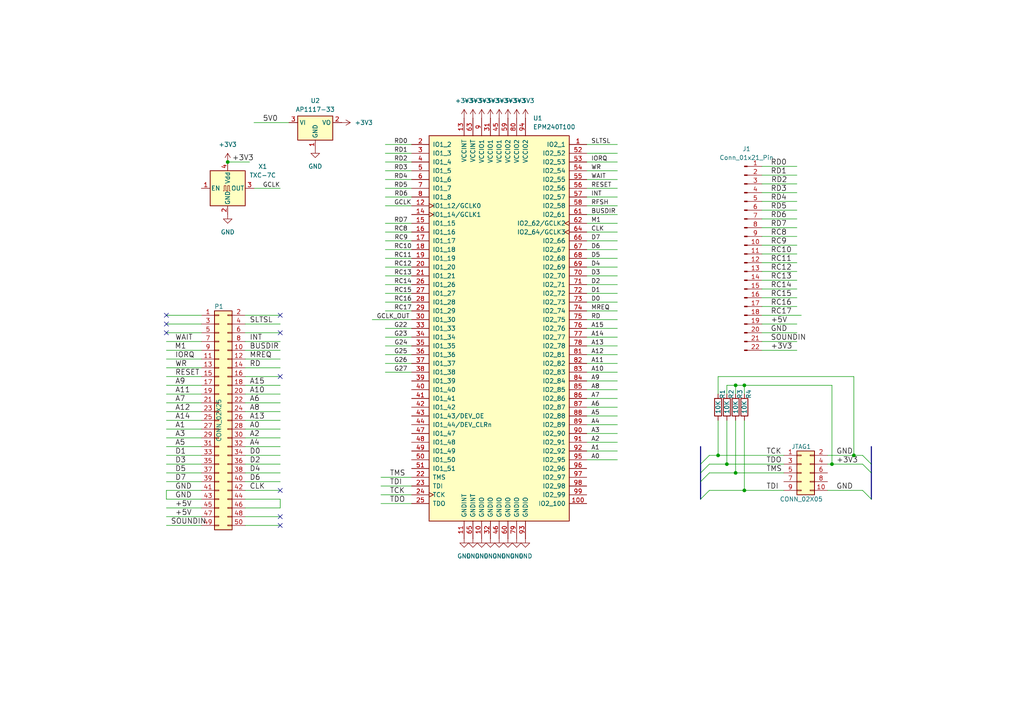
<source format=kicad_sch>
(kicad_sch (version 20231120) (generator "eeschema") (generator_version "8.0")
  (paper "A4")
  (lib_symbols
    (symbol "CPLD_Altera:EPM240T100" (pin_names (offset 1.016))
      (property "Reference" "U" (at 10.16 57.15 0))
      (property "Value" "EPM240T100" (at 10.16 -57.15 0))
      (symbol "EPM240T100_1_1"
        (rectangle (start -20.32 55.88) (end 20.32 -55.88) (stroke (width 0.254)) (fill (type background)))
        (pin bidirectional line (at 25.4 53.34 180) (length 5.08) (name "IO2_1") (number "1"))
        (pin power_in line (at -5.08 -60.96 90) (length 5.08) (name "GNDIO") (number "10"))
        (pin bidirectional line (at 25.4 -50.8 180) (length 5.08) (name "IO2_100") (number "100"))
        (pin power_in line (at -10.16 -60.96 90) (length 5.08) (name "GNDINT") (number "11"))
        (pin bidirectional clock (at -25.4 35.56 0) (length 5.08) (name "IO1_12/GCLK0") (number "12"))
        (pin power_in line (at -10.16 60.96 270) (length 5.08) (name "VCCINT") (number "13"))
        (pin bidirectional clock (at -25.4 33.02 0) (length 5.08) (name "IO1_14/GCLK1") (number "14"))
        (pin bidirectional line (at -25.4 30.48 0) (length 5.08) (name "IO1_15") (number "15"))
        (pin bidirectional line (at -25.4 27.94 0) (length 5.08) (name "IO1_16") (number "16"))
        (pin bidirectional line (at -25.4 25.4 0) (length 5.08) (name "IO1_17") (number "17"))
        (pin bidirectional line (at -25.4 22.86 0) (length 5.08) (name "IO1_18") (number "18"))
        (pin bidirectional line (at -25.4 20.32 0) (length 5.08) (name "IO1_19") (number "19"))
        (pin bidirectional line (at -25.4 53.34 0) (length 5.08) (name "IO1_2") (number "2"))
        (pin bidirectional line (at -25.4 17.78 0) (length 5.08) (name "IO1_20") (number "20"))
        (pin bidirectional line (at -25.4 15.24 0) (length 5.08) (name "IO1_21") (number "21"))
        (pin input line (at -25.4 -43.18 0) (length 5.08) (name "TMS") (number "22"))
        (pin input line (at -25.4 -45.72 0) (length 5.08) (name "TDI") (number "23"))
        (pin input clock (at -25.4 -48.26 0) (length 5.08) (name "TCK") (number "24"))
        (pin output line (at -25.4 -50.8 0) (length 5.08) (name "TDO") (number "25"))
        (pin bidirectional line (at -25.4 12.7 0) (length 5.08) (name "IO1_26") (number "26"))
        (pin bidirectional line (at -25.4 10.16 0) (length 5.08) (name "IO1_27") (number "27"))
        (pin bidirectional line (at -25.4 7.62 0) (length 5.08) (name "IO1_28") (number "28"))
        (pin bidirectional line (at -25.4 5.08 0) (length 5.08) (name "IO1_29") (number "29"))
        (pin bidirectional line (at -25.4 50.8 0) (length 5.08) (name "IO1_3") (number "3"))
        (pin bidirectional line (at -25.4 2.54 0) (length 5.08) (name "IO1_30") (number "30"))
        (pin power_in line (at -2.54 60.96 270) (length 5.08) (name "VCCIO1") (number "31"))
        (pin power_in line (at -2.54 -60.96 90) (length 5.08) (name "GNDIO") (number "32"))
        (pin bidirectional line (at -25.4 0 0) (length 5.08) (name "IO1_33") (number "33"))
        (pin bidirectional line (at -25.4 -2.54 0) (length 5.08) (name "IO1_34") (number "34"))
        (pin bidirectional line (at -25.4 -5.08 0) (length 5.08) (name "IO1_35") (number "35"))
        (pin bidirectional line (at -25.4 -7.62 0) (length 5.08) (name "IO1_36") (number "36"))
        (pin bidirectional line (at -25.4 -10.16 0) (length 5.08) (name "IO1_37") (number "37"))
        (pin bidirectional line (at -25.4 -12.7 0) (length 5.08) (name "IO1_38") (number "38"))
        (pin bidirectional line (at -25.4 -15.24 0) (length 5.08) (name "IO1_39") (number "39"))
        (pin bidirectional line (at -25.4 48.26 0) (length 5.08) (name "IO1_4") (number "4"))
        (pin bidirectional line (at -25.4 -17.78 0) (length 5.08) (name "IO1_40") (number "40"))
        (pin bidirectional line (at -25.4 -20.32 0) (length 5.08) (name "IO1_41") (number "41"))
        (pin bidirectional line (at -25.4 -22.86 0) (length 5.08) (name "IO1_42") (number "42"))
        (pin bidirectional line (at -25.4 -25.4 0) (length 5.08) (name "IO1_43/DEV_OE") (number "43"))
        (pin bidirectional line (at -25.4 -27.94 0) (length 5.08) (name "IO1_44/DEV_CLRn") (number "44"))
        (pin power_in line (at 0 60.96 270) (length 5.08) (name "VCCIO1") (number "45"))
        (pin power_in line (at 0 -60.96 90) (length 5.08) (name "GNDIO") (number "46"))
        (pin bidirectional line (at -25.4 -30.48 0) (length 5.08) (name "IO1_47") (number "47"))
        (pin bidirectional line (at -25.4 -33.02 0) (length 5.08) (name "IO1_48") (number "48"))
        (pin bidirectional line (at -25.4 -35.56 0) (length 5.08) (name "IO1_49") (number "49"))
        (pin bidirectional line (at -25.4 45.72 0) (length 5.08) (name "IO1_5") (number "5"))
        (pin bidirectional line (at -25.4 -38.1 0) (length 5.08) (name "IO1_50") (number "50"))
        (pin bidirectional line (at -25.4 -40.64 0) (length 5.08) (name "IO1_51") (number "51"))
        (pin bidirectional line (at 25.4 50.8 180) (length 5.08) (name "IO2_52") (number "52"))
        (pin bidirectional line (at 25.4 48.26 180) (length 5.08) (name "IO2_53") (number "53"))
        (pin bidirectional line (at 25.4 45.72 180) (length 5.08) (name "IO2_54") (number "54"))
        (pin bidirectional line (at 25.4 43.18 180) (length 5.08) (name "IO2_55") (number "55"))
        (pin bidirectional line (at 25.4 40.64 180) (length 5.08) (name "IO2_56") (number "56"))
        (pin bidirectional line (at 25.4 38.1 180) (length 5.08) (name "IO2_57") (number "57"))
        (pin bidirectional line (at 25.4 35.56 180) (length 5.08) (name "IO2_58") (number "58"))
        (pin power_in line (at 2.54 60.96 270) (length 5.08) (name "VCCIO2") (number "59"))
        (pin bidirectional line (at -25.4 43.18 0) (length 5.08) (name "IO1_6") (number "6"))
        (pin power_in line (at 2.54 -60.96 90) (length 5.08) (name "GNDIO") (number "60"))
        (pin bidirectional line (at 25.4 33.02 180) (length 5.08) (name "IO2_61") (number "61"))
        (pin bidirectional clock (at 25.4 30.48 180) (length 5.08) (name "IO2_62/GCLK2") (number "62"))
        (pin power_in line (at -7.62 60.96 270) (length 5.08) (name "VCCINT") (number "63"))
        (pin bidirectional clock (at 25.4 27.94 180) (length 5.08) (name "IO2_64/GCLK3") (number "64"))
        (pin power_in line (at -7.62 -60.96 90) (length 5.08) (name "GNDINT") (number "65"))
        (pin bidirectional line (at 25.4 25.4 180) (length 5.08) (name "IO2_66") (number "66"))
        (pin bidirectional line (at 25.4 22.86 180) (length 5.08) (name "IO2_67") (number "67"))
        (pin bidirectional line (at 25.4 20.32 180) (length 5.08) (name "IO2_68") (number "68"))
        (pin bidirectional line (at 25.4 17.78 180) (length 5.08) (name "IO2_69") (number "69"))
        (pin bidirectional line (at -25.4 40.64 0) (length 5.08) (name "IO1_7") (number "7"))
        (pin bidirectional line (at 25.4 15.24 180) (length 5.08) (name "IO2_70") (number "70"))
        (pin bidirectional line (at 25.4 12.7 180) (length 5.08) (name "IO2_71") (number "71"))
        (pin bidirectional line (at 25.4 10.16 180) (length 5.08) (name "IO2_72") (number "72"))
        (pin bidirectional line (at 25.4 7.62 180) (length 5.08) (name "IO2_73") (number "73"))
        (pin bidirectional line (at 25.4 5.08 180) (length 5.08) (name "IO2_74") (number "74"))
        (pin bidirectional line (at 25.4 2.54 180) (length 5.08) (name "IO2_75") (number "75"))
        (pin bidirectional line (at 25.4 0 180) (length 5.08) (name "IO2_76") (number "76"))
        (pin bidirectional line (at 25.4 -2.54 180) (length 5.08) (name "IO2_77") (number "77"))
        (pin bidirectional line (at 25.4 -5.08 180) (length 5.08) (name "IO2_78") (number "78"))
        (pin power_in line (at 5.08 -60.96 90) (length 5.08) (name "GNDIO") (number "79"))
        (pin bidirectional line (at -25.4 38.1 0) (length 5.08) (name "IO1_8") (number "8"))
        (pin power_in line (at 5.08 60.96 270) (length 5.08) (name "VCCIO2") (number "80"))
        (pin bidirectional line (at 25.4 -7.62 180) (length 5.08) (name "IO2_81") (number "81"))
        (pin bidirectional line (at 25.4 -10.16 180) (length 5.08) (name "IO2_82") (number "82"))
        (pin bidirectional line (at 25.4 -12.7 180) (length 5.08) (name "IO2_83") (number "83"))
        (pin bidirectional line (at 25.4 -15.24 180) (length 5.08) (name "IO2_84") (number "84"))
        (pin bidirectional line (at 25.4 -17.78 180) (length 5.08) (name "IO2_85") (number "85"))
        (pin bidirectional line (at 25.4 -20.32 180) (length 5.08) (name "IO2_86") (number "86"))
        (pin bidirectional line (at 25.4 -22.86 180) (length 5.08) (name "IO2_87") (number "87"))
        (pin bidirectional line (at 25.4 -25.4 180) (length 5.08) (name "IO2_88") (number "88"))
        (pin bidirectional line (at 25.4 -27.94 180) (length 5.08) (name "IO2_89") (number "89"))
        (pin power_in line (at -5.08 60.96 270) (length 5.08) (name "VCCIO1") (number "9"))
        (pin bidirectional line (at 25.4 -30.48 180) (length 5.08) (name "IO2_90") (number "90"))
        (pin bidirectional line (at 25.4 -33.02 180) (length 5.08) (name "IO2_91") (number "91"))
        (pin bidirectional line (at 25.4 -35.56 180) (length 5.08) (name "IO2_92") (number "92"))
        (pin power_in line (at 7.62 -60.96 90) (length 5.08) (name "GNDIO") (number "93"))
        (pin power_in line (at 7.62 60.96 270) (length 5.08) (name "VCCIO2") (number "94"))
        (pin bidirectional line (at 25.4 -38.1 180) (length 5.08) (name "IO2_95") (number "95"))
        (pin bidirectional line (at 25.4 -40.64 180) (length 5.08) (name "IO2_96") (number "96"))
        (pin bidirectional line (at 25.4 -43.18 180) (length 5.08) (name "IO2_97") (number "97"))
        (pin bidirectional line (at 25.4 -45.72 180) (length 5.08) (name "IO2_98") (number "98"))
        (pin bidirectional line (at 25.4 -48.26 180) (length 5.08) (name "IO2_99") (number "99"))
      )
    )
    (symbol "Connector:Conn_01x22_Pin" (pin_names (offset 1.016) hide)
      (property "Reference" "J" (at 0 27.94 0))
      (property "Value" "Conn_01x22_Pin" (at 0 -30.48 0))
      (symbol "Conn_01x22_Pin_1_1"
        (polyline (pts (xy 1.27 -27.94) (xy 0.8636 -27.94)) (stroke (width 0.1524)))
        (polyline (pts (xy 1.27 -25.4) (xy 0.8636 -25.4)) (stroke (width 0.1524)))
        (polyline (pts (xy 1.27 -22.86) (xy 0.8636 -22.86)) (stroke (width 0.1524)))
        (polyline (pts (xy 1.27 -20.32) (xy 0.8636 -20.32)) (stroke (width 0.1524)))
        (polyline (pts (xy 1.27 -17.78) (xy 0.8636 -17.78)) (stroke (width 0.1524)))
        (polyline (pts (xy 1.27 -15.24) (xy 0.8636 -15.24)) (stroke (width 0.1524)))
        (polyline (pts (xy 1.27 -12.7) (xy 0.8636 -12.7)) (stroke (width 0.1524)))
        (polyline (pts (xy 1.27 -10.16) (xy 0.8636 -10.16)) (stroke (width 0.1524)))
        (polyline (pts (xy 1.27 -7.62) (xy 0.8636 -7.62)) (stroke (width 0.1524)))
        (polyline (pts (xy 1.27 -5.08) (xy 0.8636 -5.08)) (stroke (width 0.1524)))
        (polyline (pts (xy 1.27 -2.54) (xy 0.8636 -2.54)) (stroke (width 0.1524)))
        (polyline (pts (xy 1.27 0) (xy 0.8636 0)) (stroke (width 0.1524)))
        (polyline (pts (xy 1.27 2.54) (xy 0.8636 2.54)) (stroke (width 0.1524)))
        (polyline (pts (xy 1.27 5.08) (xy 0.8636 5.08)) (stroke (width 0.1524)))
        (polyline (pts (xy 1.27 7.62) (xy 0.8636 7.62)) (stroke (width 0.1524)))
        (polyline (pts (xy 1.27 10.16) (xy 0.8636 10.16)) (stroke (width 0.1524)))
        (polyline (pts (xy 1.27 12.7) (xy 0.8636 12.7)) (stroke (width 0.1524)))
        (polyline (pts (xy 1.27 15.24) (xy 0.8636 15.24)) (stroke (width 0.1524)))
        (polyline (pts (xy 1.27 17.78) (xy 0.8636 17.78)) (stroke (width 0.1524)))
        (polyline (pts (xy 1.27 20.32) (xy 0.8636 20.32)) (stroke (width 0.1524)))
        (polyline (pts (xy 1.27 22.86) (xy 0.8636 22.86)) (stroke (width 0.1524)))
        (polyline (pts (xy 1.27 25.4) (xy 0.8636 25.4)) (stroke (width 0.1524)))
        (rectangle (start 0.8636 -27.813) (end 0 -28.067) (stroke (width 0.1524)) (fill (type outline)))
        (rectangle (start 0.8636 -25.273) (end 0 -25.527) (stroke (width 0.1524)) (fill (type outline)))
        (rectangle (start 0.8636 -22.733) (end 0 -22.987) (stroke (width 0.1524)) (fill (type outline)))
        (rectangle (start 0.8636 -20.193) (end 0 -20.447) (stroke (width 0.1524)) (fill (type outline)))
        (rectangle (start 0.8636 -17.653) (end 0 -17.907) (stroke (width 0.1524)) (fill (type outline)))
        (rectangle (start 0.8636 -15.113) (end 0 -15.367) (stroke (width 0.1524)) (fill (type outline)))
        (rectangle (start 0.8636 -12.573) (end 0 -12.827) (stroke (width 0.1524)) (fill (type outline)))
        (rectangle (start 0.8636 -10.033) (end 0 -10.287) (stroke (width 0.1524)) (fill (type outline)))
        (rectangle (start 0.8636 -7.493) (end 0 -7.747) (stroke (width 0.1524)) (fill (type outline)))
        (rectangle (start 0.8636 -4.953) (end 0 -5.207) (stroke (width 0.1524)) (fill (type outline)))
        (rectangle (start 0.8636 -2.413) (end 0 -2.667) (stroke (width 0.1524)) (fill (type outline)))
        (rectangle (start 0.8636 0.127) (end 0 -0.127) (stroke (width 0.1524)) (fill (type outline)))
        (rectangle (start 0.8636 2.667) (end 0 2.413) (stroke (width 0.1524)) (fill (type outline)))
        (rectangle (start 0.8636 5.207) (end 0 4.953) (stroke (width 0.1524)) (fill (type outline)))
        (rectangle (start 0.8636 7.747) (end 0 7.493) (stroke (width 0.1524)) (fill (type outline)))
        (rectangle (start 0.8636 10.287) (end 0 10.033) (stroke (width 0.1524)) (fill (type outline)))
        (rectangle (start 0.8636 12.827) (end 0 12.573) (stroke (width 0.1524)) (fill (type outline)))
        (rectangle (start 0.8636 15.367) (end 0 15.113) (stroke (width 0.1524)) (fill (type outline)))
        (rectangle (start 0.8636 17.907) (end 0 17.653) (stroke (width 0.1524)) (fill (type outline)))
        (rectangle (start 0.8636 20.447) (end 0 20.193) (stroke (width 0.1524)) (fill (type outline)))
        (rectangle (start 0.8636 22.987) (end 0 22.733) (stroke (width 0.1524)) (fill (type outline)))
        (rectangle (start 0.8636 25.527) (end 0 25.273) (stroke (width 0.1524)) (fill (type outline)))
        (pin passive line (at 5.08 25.4 180) (length 3.81) (name "Pin_1") (number "1"))
        (pin passive line (at 5.08 2.54 180) (length 3.81) (name "Pin_10") (number "10"))
        (pin passive line (at 5.08 0 180) (length 3.81) (name "Pin_11") (number "11"))
        (pin passive line (at 5.08 -2.54 180) (length 3.81) (name "Pin_12") (number "12"))
        (pin passive line (at 5.08 -5.08 180) (length 3.81) (name "Pin_13") (number "13"))
        (pin passive line (at 5.08 -7.62 180) (length 3.81) (name "Pin_14") (number "14"))
        (pin passive line (at 5.08 -10.16 180) (length 3.81) (name "Pin_15") (number "15"))
        (pin passive line (at 5.08 -12.7 180) (length 3.81) (name "Pin_16") (number "16"))
        (pin passive line (at 5.08 -15.24 180) (length 3.81) (name "Pin_17") (number "17"))
        (pin passive line (at 5.08 -17.78 180) (length 3.81) (name "Pin_18") (number "18"))
        (pin passive line (at 5.08 -20.32 180) (length 3.81) (name "Pin_19") (number "19"))
        (pin passive line (at 5.08 22.86 180) (length 3.81) (name "Pin_2") (number "2"))
        (pin passive line (at 5.08 -22.86 180) (length 3.81) (name "Pin_20") (number "20"))
        (pin passive line (at 5.08 -25.4 180) (length 3.81) (name "Pin_21") (number "21"))
        (pin passive line (at 5.08 -27.94 180) (length 3.81) (name "Pin_22") (number "22"))
        (pin passive line (at 5.08 20.32 180) (length 3.81) (name "Pin_3") (number "3"))
        (pin passive line (at 5.08 17.78 180) (length 3.81) (name "Pin_4") (number "4"))
        (pin passive line (at 5.08 15.24 180) (length 3.81) (name "Pin_5") (number "5"))
        (pin passive line (at 5.08 12.7 180) (length 3.81) (name "Pin_6") (number "6"))
        (pin passive line (at 5.08 10.16 180) (length 3.81) (name "Pin_7") (number "7"))
        (pin passive line (at 5.08 7.62 180) (length 3.81) (name "Pin_8") (number "8"))
        (pin passive line (at 5.08 5.08 180) (length 3.81) (name "Pin_9") (number "9"))
      )
    )
    (symbol "Connector_Generic:Conn_02x05_Odd_Even" (pin_names (offset 1.016) hide)
      (property "Reference" "J" (at 1.27 7.62 0))
      (property "Value" "Conn_02x05_Odd_Even" (at 1.27 -7.62 0))
      (symbol "Conn_02x05_Odd_Even_1_1"
        (rectangle (start -1.27 -4.953) (end 0 -5.207) (stroke (width 0.1524)))
        (rectangle (start -1.27 -2.413) (end 0 -2.667) (stroke (width 0.1524)))
        (rectangle (start -1.27 0.127) (end 0 -0.127) (stroke (width 0.1524)))
        (rectangle (start -1.27 2.667) (end 0 2.413) (stroke (width 0.1524)))
        (rectangle (start -1.27 5.207) (end 0 4.953) (stroke (width 0.1524)))
        (rectangle (start -1.27 6.35) (end 3.81 -6.35) (stroke (width 0.254)) (fill (type background)))
        (rectangle (start 3.81 -4.953) (end 2.54 -5.207) (stroke (width 0.1524)))
        (rectangle (start 3.81 -2.413) (end 2.54 -2.667) (stroke (width 0.1524)))
        (rectangle (start 3.81 0.127) (end 2.54 -0.127) (stroke (width 0.1524)))
        (rectangle (start 3.81 2.667) (end 2.54 2.413) (stroke (width 0.1524)))
        (rectangle (start 3.81 5.207) (end 2.54 4.953) (stroke (width 0.1524)))
        (pin passive line (at -5.08 5.08 0) (length 3.81) (name "Pin_1") (number "1"))
        (pin passive line (at 7.62 -5.08 180) (length 3.81) (name "Pin_10") (number "10"))
        (pin passive line (at 7.62 5.08 180) (length 3.81) (name "Pin_2") (number "2"))
        (pin passive line (at -5.08 2.54 0) (length 3.81) (name "Pin_3") (number "3"))
        (pin passive line (at 7.62 2.54 180) (length 3.81) (name "Pin_4") (number "4"))
        (pin passive line (at -5.08 0 0) (length 3.81) (name "Pin_5") (number "5"))
        (pin passive line (at 7.62 0 180) (length 3.81) (name "Pin_6") (number "6"))
        (pin passive line (at -5.08 -2.54 0) (length 3.81) (name "Pin_7") (number "7"))
        (pin passive line (at 7.62 -2.54 180) (length 3.81) (name "Pin_8") (number "8"))
        (pin passive line (at -5.08 -5.08 0) (length 3.81) (name "Pin_9") (number "9"))
      )
    )
    (symbol "Connector_Generic:Conn_02x25_Odd_Even" (pin_names (offset 1.016) hide)
      (property "Reference" "J" (at 1.27 33.02 0))
      (property "Value" "Conn_02x25_Odd_Even" (at 1.27 -33.02 0))
      (symbol "Conn_02x25_Odd_Even_1_1"
        (rectangle (start -1.27 -30.353) (end 0 -30.607) (stroke (width 0.1524)))
        (rectangle (start -1.27 -27.813) (end 0 -28.067) (stroke (width 0.1524)))
        (rectangle (start -1.27 -25.273) (end 0 -25.527) (stroke (width 0.1524)))
        (rectangle (start -1.27 -22.733) (end 0 -22.987) (stroke (width 0.1524)))
        (rectangle (start -1.27 -20.193) (end 0 -20.447) (stroke (width 0.1524)))
        (rectangle (start -1.27 -17.653) (end 0 -17.907) (stroke (width 0.1524)))
        (rectangle (start -1.27 -15.113) (end 0 -15.367) (stroke (width 0.1524)))
        (rectangle (start -1.27 -12.573) (end 0 -12.827) (stroke (width 0.1524)))
        (rectangle (start -1.27 -10.033) (end 0 -10.287) (stroke (width 0.1524)))
        (rectangle (start -1.27 -7.493) (end 0 -7.747) (stroke (width 0.1524)))
        (rectangle (start -1.27 -4.953) (end 0 -5.207) (stroke (width 0.1524)))
        (rectangle (start -1.27 -2.413) (end 0 -2.667) (stroke (width 0.1524)))
        (rectangle (start -1.27 0.127) (end 0 -0.127) (stroke (width 0.1524)))
        (rectangle (start -1.27 2.667) (end 0 2.413) (stroke (width 0.1524)))
        (rectangle (start -1.27 5.207) (end 0 4.953) (stroke (width 0.1524)))
        (rectangle (start -1.27 7.747) (end 0 7.493) (stroke (width 0.1524)))
        (rectangle (start -1.27 10.287) (end 0 10.033) (stroke (width 0.1524)))
        (rectangle (start -1.27 12.827) (end 0 12.573) (stroke (width 0.1524)))
        (rectangle (start -1.27 15.367) (end 0 15.113) (stroke (width 0.1524)))
        (rectangle (start -1.27 17.907) (end 0 17.653) (stroke (width 0.1524)))
        (rectangle (start -1.27 20.447) (end 0 20.193) (stroke (width 0.1524)))
        (rectangle (start -1.27 22.987) (end 0 22.733) (stroke (width 0.1524)))
        (rectangle (start -1.27 25.527) (end 0 25.273) (stroke (width 0.1524)))
        (rectangle (start -1.27 28.067) (end 0 27.813) (stroke (width 0.1524)))
        (rectangle (start -1.27 30.607) (end 0 30.353) (stroke (width 0.1524)))
        (rectangle (start -1.27 31.75) (end 3.81 -31.75) (stroke (width 0.254)) (fill (type background)))
        (rectangle (start 3.81 -30.353) (end 2.54 -30.607) (stroke (width 0.1524)))
        (rectangle (start 3.81 -27.813) (end 2.54 -28.067) (stroke (width 0.1524)))
        (rectangle (start 3.81 -25.273) (end 2.54 -25.527) (stroke (width 0.1524)))
        (rectangle (start 3.81 -22.733) (end 2.54 -22.987) (stroke (width 0.1524)))
        (rectangle (start 3.81 -20.193) (end 2.54 -20.447) (stroke (width 0.1524)))
        (rectangle (start 3.81 -17.653) (end 2.54 -17.907) (stroke (width 0.1524)))
        (rectangle (start 3.81 -15.113) (end 2.54 -15.367) (stroke (width 0.1524)))
        (rectangle (start 3.81 -12.573) (end 2.54 -12.827) (stroke (width 0.1524)))
        (rectangle (start 3.81 -10.033) (end 2.54 -10.287) (stroke (width 0.1524)))
        (rectangle (start 3.81 -7.493) (end 2.54 -7.747) (stroke (width 0.1524)))
        (rectangle (start 3.81 -4.953) (end 2.54 -5.207) (stroke (width 0.1524)))
        (rectangle (start 3.81 -2.413) (end 2.54 -2.667) (stroke (width 0.1524)))
        (rectangle (start 3.81 0.127) (end 2.54 -0.127) (stroke (width 0.1524)))
        (rectangle (start 3.81 2.667) (end 2.54 2.413) (stroke (width 0.1524)))
        (rectangle (start 3.81 5.207) (end 2.54 4.953) (stroke (width 0.1524)))
        (rectangle (start 3.81 7.747) (end 2.54 7.493) (stroke (width 0.1524)))
        (rectangle (start 3.81 10.287) (end 2.54 10.033) (stroke (width 0.1524)))
        (rectangle (start 3.81 12.827) (end 2.54 12.573) (stroke (width 0.1524)))
        (rectangle (start 3.81 15.367) (end 2.54 15.113) (stroke (width 0.1524)))
        (rectangle (start 3.81 17.907) (end 2.54 17.653) (stroke (width 0.1524)))
        (rectangle (start 3.81 20.447) (end 2.54 20.193) (stroke (width 0.1524)))
        (rectangle (start 3.81 22.987) (end 2.54 22.733) (stroke (width 0.1524)))
        (rectangle (start 3.81 25.527) (end 2.54 25.273) (stroke (width 0.1524)))
        (rectangle (start 3.81 28.067) (end 2.54 27.813) (stroke (width 0.1524)))
        (rectangle (start 3.81 30.607) (end 2.54 30.353) (stroke (width 0.1524)))
        (pin passive line (at -5.08 30.48 0) (length 3.81) (name "Pin_1") (number "1"))
        (pin passive line (at 7.62 20.32 180) (length 3.81) (name "Pin_10") (number "10"))
        (pin passive line (at -5.08 17.78 0) (length 3.81) (name "Pin_11") (number "11"))
        (pin passive line (at 7.62 17.78 180) (length 3.81) (name "Pin_12") (number "12"))
        (pin passive line (at -5.08 15.24 0) (length 3.81) (name "Pin_13") (number "13"))
        (pin passive line (at 7.62 15.24 180) (length 3.81) (name "Pin_14") (number "14"))
        (pin passive line (at -5.08 12.7 0) (length 3.81) (name "Pin_15") (number "15"))
        (pin passive line (at 7.62 12.7 180) (length 3.81) (name "Pin_16") (number "16"))
        (pin passive line (at -5.08 10.16 0) (length 3.81) (name "Pin_17") (number "17"))
        (pin passive line (at 7.62 10.16 180) (length 3.81) (name "Pin_18") (number "18"))
        (pin passive line (at -5.08 7.62 0) (length 3.81) (name "Pin_19") (number "19"))
        (pin passive line (at 7.62 30.48 180) (length 3.81) (name "Pin_2") (number "2"))
        (pin passive line (at 7.62 7.62 180) (length 3.81) (name "Pin_20") (number "20"))
        (pin passive line (at -5.08 5.08 0) (length 3.81) (name "Pin_21") (number "21"))
        (pin passive line (at 7.62 5.08 180) (length 3.81) (name "Pin_22") (number "22"))
        (pin passive line (at -5.08 2.54 0) (length 3.81) (name "Pin_23") (number "23"))
        (pin passive line (at 7.62 2.54 180) (length 3.81) (name "Pin_24") (number "24"))
        (pin passive line (at -5.08 0 0) (length 3.81) (name "Pin_25") (number "25"))
        (pin passive line (at 7.62 0 180) (length 3.81) (name "Pin_26") (number "26"))
        (pin passive line (at -5.08 -2.54 0) (length 3.81) (name "Pin_27") (number "27"))
        (pin passive line (at 7.62 -2.54 180) (length 3.81) (name "Pin_28") (number "28"))
        (pin passive line (at -5.08 -5.08 0) (length 3.81) (name "Pin_29") (number "29"))
        (pin passive line (at -5.08 27.94 0) (length 3.81) (name "Pin_3") (number "3"))
        (pin passive line (at 7.62 -5.08 180) (length 3.81) (name "Pin_30") (number "30"))
        (pin passive line (at -5.08 -7.62 0) (length 3.81) (name "Pin_31") (number "31"))
        (pin passive line (at 7.62 -7.62 180) (length 3.81) (name "Pin_32") (number "32"))
        (pin passive line (at -5.08 -10.16 0) (length 3.81) (name "Pin_33") (number "33"))
        (pin passive line (at 7.62 -10.16 180) (length 3.81) (name "Pin_34") (number "34"))
        (pin passive line (at -5.08 -12.7 0) (length 3.81) (name "Pin_35") (number "35"))
        (pin passive line (at 7.62 -12.7 180) (length 3.81) (name "Pin_36") (number "36"))
        (pin passive line (at -5.08 -15.24 0) (length 3.81) (name "Pin_37") (number "37"))
        (pin passive line (at 7.62 -15.24 180) (length 3.81) (name "Pin_38") (number "38"))
        (pin passive line (at -5.08 -17.78 0) (length 3.81) (name "Pin_39") (number "39"))
        (pin passive line (at 7.62 27.94 180) (length 3.81) (name "Pin_4") (number "4"))
        (pin passive line (at 7.62 -17.78 180) (length 3.81) (name "Pin_40") (number "40"))
        (pin passive line (at -5.08 -20.32 0) (length 3.81) (name "Pin_41") (number "41"))
        (pin passive line (at 7.62 -20.32 180) (length 3.81) (name "Pin_42") (number "42"))
        (pin passive line (at -5.08 -22.86 0) (length 3.81) (name "Pin_43") (number "43"))
        (pin passive line (at 7.62 -22.86 180) (length 3.81) (name "Pin_44") (number "44"))
        (pin passive line (at -5.08 -25.4 0) (length 3.81) (name "Pin_45") (number "45"))
        (pin passive line (at 7.62 -25.4 180) (length 3.81) (name "Pin_46") (number "46"))
        (pin passive line (at -5.08 -27.94 0) (length 3.81) (name "Pin_47") (number "47"))
        (pin passive line (at 7.62 -27.94 180) (length 3.81) (name "Pin_48") (number "48"))
        (pin passive line (at -5.08 -30.48 0) (length 3.81) (name "Pin_49") (number "49"))
        (pin passive line (at -5.08 25.4 0) (length 3.81) (name "Pin_5") (number "5"))
        (pin passive line (at 7.62 -30.48 180) (length 3.81) (name "Pin_50") (number "50"))
        (pin passive line (at 7.62 25.4 180) (length 3.81) (name "Pin_6") (number "6"))
        (pin passive line (at -5.08 22.86 0) (length 3.81) (name "Pin_7") (number "7"))
        (pin passive line (at 7.62 22.86 180) (length 3.81) (name "Pin_8") (number "8"))
        (pin passive line (at -5.08 20.32 0) (length 3.81) (name "Pin_9") (number "9"))
      )
    )
    (symbol "Device:R" (pin_numbers hide) (pin_names (offset 0))
      (property "Reference" "R" (at 2.032 0 90))
      (property "Value" "R" (at 0 0 90))
      (symbol "R_0_1"
        (rectangle (start -1.016 -2.54) (end 1.016 2.54) (stroke (width 0.254)))
      )
      (symbol "R_1_1"
        (pin passive line (at 0 3.81 270) (length 1.27) (name "~") (number "1"))
        (pin passive line (at 0 -3.81 90) (length 1.27) (name "~") (number "2"))
      )
    )
    (symbol "Oscillator:TXC-7C" (pin_names (offset 0.254))
      (property "Reference" "X" (at -5.08 6.35 0))
      (property "Value" "TXC-7C" (at 1.27 -6.35 0))
      (symbol "TXC-7C_0_1"
        (rectangle (start -5.08 5.08) (end 5.08 -5.08) (stroke (width 0.254)) (fill (type background)))
        (polyline (pts (xy -1.27 -0.762) (xy -1.016 -0.762) (xy -1.016 0.762) (xy -0.508 0.762) (xy -0.508 -0.762) (xy 0 -0.762) (xy 0 0.762) (xy 0.508 0.762) (xy 0.508 -0.762) (xy 0.762 -0.762)))
      )
      (symbol "TXC-7C_1_1"
        (pin input line (at -7.62 0 0) (length 2.54) (name "EN") (number "1"))
        (pin power_in line (at 0 -7.62 90) (length 2.54) (name "GND") (number "2"))
        (pin output line (at 7.62 0 180) (length 2.54) (name "OUT") (number "3"))
        (pin power_in line (at 0 7.62 270) (length 2.54) (name "Vdd") (number "4"))
      )
    )
    (symbol "Regulator_Linear:AP1117-33"
      (property "Reference" "U" (at -3.81 3.175 0))
      (property "Value" "AP1117-33" (at 0 3.175 0))
      (symbol "AP1117-33_0_1"
        (rectangle (start -5.08 -5.08) (end 5.08 1.905) (stroke (width 0.254)) (fill (type background)))
      )
      (symbol "AP1117-33_1_1"
        (pin power_in line (at 0 -7.62 90) (length 2.54) (name "GND") (number "1"))
        (pin power_out line (at 7.62 0 180) (length 2.54) (name "VO") (number "2"))
        (pin power_in line (at -7.62 0 0) (length 2.54) (name "VI") (number "3"))
      )
    )
    (symbol "power:+3V3" (power) (pin_numbers hide) (pin_names (offset 0) hide)
      (property "Value" "+3V3" (at 0 3.556 0))
      (symbol "+3V3_0_1"
        (polyline (pts (xy -0.762 1.27) (xy 0 2.54)))
        (polyline (pts (xy 0 0) (xy 0 2.54)))
        (polyline (pts (xy 0 2.54) (xy 0.762 1.27)))
      )
      (symbol "+3V3_1_1"
        (pin power_in line (at 0 0 90) (length 0) (name "~") (number "1"))
      )
    )
    (symbol "power:GND" (power) (pin_numbers hide) (pin_names (offset 0) hide)
      (property "Value" "GND" (at 0 -3.81 0))
      (symbol "GND_0_1"
        (polyline (pts (xy 0 0) (xy 0 -1.27) (xy 1.27 -1.27) (xy 0 -2.54) (xy -1.27 -1.27) (xy 0 -1.27)))
      )
      (symbol "GND_1_1"
        (pin power_in line (at 0 0 270) (length 0) (name "~") (number "1"))
      )
    )
  )
  (junction (at 213.36 111.76))
  (junction (at 247.65 132.08))
  (junction (at 66.04 46.99))
  (junction (at 215.9 142.24))
  (junction (at 241.3 134.62))
  (junction (at 213.36 137.16))
  (junction (at 210.82 134.62))
  (junction (at 215.9 111.76))
  (junction (at 208.28 132.08))
  (no_connect (at 81.28 91.44))
  (no_connect (at 81.28 96.52))
  (no_connect (at 81.28 109.22))
  (no_connect (at 48.26 96.52))
  (no_connect (at 48.26 93.98))
  (no_connect (at 81.28 149.86))
  (no_connect (at 48.26 91.44))
  (no_connect (at 81.28 142.24))
  (no_connect (at 81.28 152.4))
  (bus_entry (at 203.2 134.62) (size 2.54 -2.54))
  (bus_entry (at 250.19 134.62) (size 2.54 2.54))
  (bus_entry (at 203.2 144.78) (size 2.54 -2.54))
  (bus_entry (at 250.19 142.24) (size 2.54 2.54))
  (bus_entry (at 203.2 137.16) (size 2.54 -2.54))
  (bus_entry (at 250.19 132.08) (size 2.54 2.54))
  (bus_entry (at 203.2 139.7) (size 2.54 -2.54))
  (wire (pts (xy 220.98 58.42) (xy 231.14 58.42)))
  (wire (pts (xy 241.3 134.62) (xy 250.19 134.62)))
  (wire (pts (xy 71.12 129.54) (xy 81.28 129.54)))
  (wire (pts (xy 111.76 67.31) (xy 119.38 67.31)))
  (wire (pts (xy 170.18 49.53) (xy 179.07 49.53)))
  (wire (pts (xy 71.12 101.6) (xy 81.28 101.6)))
  (wire (pts (xy 170.18 57.15) (xy 179.07 57.15)))
  (wire (pts (xy 48.26 149.86) (xy 58.42 149.86)))
  (wire (pts (xy 48.26 111.76) (xy 58.42 111.76)))
  (wire (pts (xy 170.18 120.65) (xy 179.07 120.65)))
  (wire (pts (xy 110.49 146.05) (xy 119.38 146.05)))
  (wire (pts (xy 110.49 140.97) (xy 119.38 140.97)))
  (wire (pts (xy 111.76 52.07) (xy 119.38 52.07)))
  (wire (pts (xy 205.74 142.24) (xy 215.9 142.24)))
  (wire (pts (xy 215.9 111.76) (xy 215.9 114.3)))
  (wire (pts (xy 205.74 137.16) (xy 213.36 137.16)))
  (wire (pts (xy 170.18 92.71) (xy 179.07 92.71)))
  (wire (pts (xy 107.95 92.71) (xy 119.38 92.71)))
  (wire (pts (xy 48.26 96.52) (xy 58.42 96.52)))
  (wire (pts (xy 170.18 105.41) (xy 179.07 105.41)))
  (wire (pts (xy 111.76 69.85) (xy 119.38 69.85)))
  (wire (pts (xy 170.18 72.39) (xy 179.07 72.39)))
  (wire (pts (xy 111.76 105.41) (xy 119.38 105.41)))
  (wire (pts (xy 110.49 143.51) (xy 119.38 143.51)))
  (wire (pts (xy 210.82 114.3) (xy 210.82 111.76)))
  (wire (pts (xy 170.18 102.87) (xy 179.07 102.87)))
  (wire (pts (xy 240.03 132.08) (xy 247.65 132.08)))
  (wire (pts (xy 170.18 69.85) (xy 179.07 69.85)))
  (wire (pts (xy 170.18 107.95) (xy 179.07 107.95)))
  (wire (pts (xy 220.98 86.36) (xy 231.14 86.36)))
  (wire (pts (xy 215.9 142.24) (xy 227.33 142.24)))
  (wire (pts (xy 170.18 82.55) (xy 179.07 82.55)))
  (wire (pts (xy 111.76 90.17) (xy 119.38 90.17)))
  (wire (pts (xy 111.76 82.55) (xy 119.38 82.55)))
  (wire (pts (xy 71.12 144.78) (xy 81.28 144.78)))
  (wire (pts (xy 48.26 152.4) (xy 58.42 152.4)))
  (wire (pts (xy 48.26 142.24) (xy 48.26 144.78)))
  (wire (pts (xy 111.76 54.61) (xy 119.38 54.61)))
  (wire (pts (xy 220.98 101.6) (xy 231.14 101.6)))
  (wire (pts (xy 111.76 44.45) (xy 119.38 44.45)))
  (wire (pts (xy 71.12 149.86) (xy 81.28 149.86)))
  (wire (pts (xy 48.26 104.14) (xy 58.42 104.14)))
  (wire (pts (xy 170.18 62.23) (xy 179.07 62.23)))
  (wire (pts (xy 170.18 110.49) (xy 179.07 110.49)))
  (wire (pts (xy 247.65 109.22) (xy 208.28 109.22)))
  (wire (pts (xy 220.98 50.8) (xy 231.14 50.8)))
  (wire (pts (xy 220.98 99.06) (xy 231.14 99.06)))
  (wire (pts (xy 71.12 99.06) (xy 81.28 99.06)))
  (wire (pts (xy 170.18 67.31) (xy 179.07 67.31)))
  (wire (pts (xy 220.98 73.66) (xy 231.14 73.66)))
  (wire (pts (xy 220.98 96.52) (xy 231.14 96.52)))
  (wire (pts (xy 170.18 95.25) (xy 179.07 95.25)))
  (wire (pts (xy 170.18 128.27) (xy 179.07 128.27)))
  (wire (pts (xy 210.82 134.62) (xy 227.33 134.62)))
  (wire (pts (xy 220.98 71.12) (xy 231.14 71.12)))
  (wire (pts (xy 170.18 90.17) (xy 179.07 90.17)))
  (wire (pts (xy 71.12 91.44) (xy 81.28 91.44)))
  (wire (pts (xy 71.12 111.76) (xy 81.28 111.76)))
  (wire (pts (xy 170.18 113.03) (xy 179.07 113.03)))
  (wire (pts (xy 73.66 54.61) (xy 81.28 54.61)))
  (wire (pts (xy 71.12 116.84) (xy 81.28 116.84)))
  (wire (pts (xy 71.12 121.92) (xy 81.28 121.92)))
  (wire (pts (xy 170.18 85.09) (xy 179.07 85.09)))
  (bus (pts (xy 203.2 137.16) (xy 203.2 139.7)))
  (wire (pts (xy 170.18 133.35) (xy 179.07 133.35)))
  (wire (pts (xy 48.26 121.92) (xy 58.42 121.92)))
  (wire (pts (xy 71.12 137.16) (xy 81.28 137.16)))
  (wire (pts (xy 170.18 74.93) (xy 179.07 74.93)))
  (bus (pts (xy 203.2 134.62) (xy 203.2 137.16)))
  (wire (pts (xy 220.98 83.82) (xy 231.14 83.82)))
  (wire (pts (xy 71.12 104.14) (xy 81.28 104.14)))
  (wire (pts (xy 48.26 132.08) (xy 58.42 132.08)))
  (wire (pts (xy 48.26 119.38) (xy 58.42 119.38)))
  (wire (pts (xy 111.76 97.79) (xy 119.38 97.79)))
  (wire (pts (xy 71.12 106.68) (xy 81.28 106.68)))
  (wire (pts (xy 71.12 96.52) (xy 81.28 96.52)))
  (wire (pts (xy 213.36 114.3) (xy 213.36 111.76)))
  (wire (pts (xy 111.76 59.69) (xy 119.38 59.69)))
  (wire (pts (xy 213.36 137.16) (xy 227.33 137.16)))
  (wire (pts (xy 111.76 95.25) (xy 119.38 95.25)))
  (wire (pts (xy 205.74 132.08) (xy 208.28 132.08)))
  (wire (pts (xy 71.12 152.4) (xy 81.28 152.4)))
  (wire (pts (xy 220.98 78.74) (xy 231.14 78.74)))
  (wire (pts (xy 48.26 114.3) (xy 58.42 114.3)))
  (wire (pts (xy 111.76 100.33) (xy 119.38 100.33)))
  (wire (pts (xy 220.98 91.44) (xy 232.41 91.44)))
  (wire (pts (xy 210.82 134.62) (xy 210.82 121.92)))
  (wire (pts (xy 170.18 123.19) (xy 179.07 123.19)))
  (wire (pts (xy 111.76 57.15) (xy 119.38 57.15)))
  (wire (pts (xy 170.18 64.77) (xy 179.07 64.77)))
  (wire (pts (xy 71.12 139.7) (xy 81.28 139.7)))
  (wire (pts (xy 220.98 66.04) (xy 231.14 66.04)))
  (wire (pts (xy 71.12 127) (xy 81.28 127)))
  (wire (pts (xy 170.18 46.99) (xy 179.07 46.99)))
  (wire (pts (xy 71.12 114.3) (xy 81.28 114.3)))
  (wire (pts (xy 170.18 100.33) (xy 179.07 100.33)))
  (wire (pts (xy 71.12 119.38) (xy 81.28 119.38)))
  (wire (pts (xy 48.26 101.6) (xy 58.42 101.6)))
  (wire (pts (xy 170.18 125.73) (xy 179.07 125.73)))
  (wire (pts (xy 48.26 124.46) (xy 58.42 124.46)))
  (wire (pts (xy 48.26 139.7) (xy 58.42 139.7)))
  (wire (pts (xy 220.98 55.88) (xy 231.14 55.88)))
  (wire (pts (xy 220.98 76.2) (xy 231.14 76.2)))
  (wire (pts (xy 247.65 132.08) (xy 250.19 132.08)))
  (wire (pts (xy 48.26 144.78) (xy 58.42 144.78)))
  (wire (pts (xy 241.3 111.76) (xy 241.3 134.62)))
  (wire (pts (xy 170.18 87.63) (xy 179.07 87.63)))
  (wire (pts (xy 71.12 147.32) (xy 81.28 147.32)))
  (bus (pts (xy 203.2 129.54) (xy 203.2 134.62)))
  (wire (pts (xy 170.18 97.79) (xy 179.07 97.79)))
  (wire (pts (xy 220.98 93.98) (xy 231.14 93.98)))
  (wire (pts (xy 48.26 127) (xy 58.42 127)))
  (wire (pts (xy 71.12 134.62) (xy 81.28 134.62)))
  (wire (pts (xy 208.28 132.08) (xy 208.28 121.92)))
  (wire (pts (xy 240.03 134.62) (xy 241.3 134.62)))
  (wire (pts (xy 71.12 124.46) (xy 81.28 124.46)))
  (wire (pts (xy 111.76 49.53) (xy 119.38 49.53)))
  (wire (pts (xy 71.12 132.08) (xy 81.28 132.08)))
  (wire (pts (xy 170.18 118.11) (xy 179.07 118.11)))
  (wire (pts (xy 220.98 81.28) (xy 231.14 81.28)))
  (wire (pts (xy 48.26 91.44) (xy 58.42 91.44)))
  (wire (pts (xy 111.76 102.87) (xy 119.38 102.87)))
  (wire (pts (xy 170.18 54.61) (xy 179.07 54.61)))
  (wire (pts (xy 210.82 111.76) (xy 213.36 111.76)))
  (wire (pts (xy 48.26 106.68) (xy 58.42 106.68)))
  (wire (pts (xy 170.18 80.01) (xy 179.07 80.01)))
  (wire (pts (xy 247.65 132.08) (xy 247.65 109.22)))
  (wire (pts (xy 111.76 77.47) (xy 119.38 77.47)))
  (wire (pts (xy 111.76 64.77) (xy 119.38 64.77)))
  (wire (pts (xy 220.98 68.58) (xy 231.14 68.58)))
  (wire (pts (xy 240.03 142.24) (xy 250.19 142.24)))
  (wire (pts (xy 71.12 109.22) (xy 81.28 109.22)))
  (wire (pts (xy 220.98 60.96) (xy 231.14 60.96)))
  (wire (pts (xy 48.26 134.62) (xy 58.42 134.62)))
  (wire (pts (xy 215.9 142.24) (xy 215.9 121.92)))
  (wire (pts (xy 213.36 111.76) (xy 215.9 111.76)))
  (wire (pts (xy 220.98 53.34) (xy 231.14 53.34)))
  (wire (pts (xy 220.98 88.9) (xy 231.14 88.9)))
  (wire (pts (xy 81.28 147.32) (xy 81.28 144.78)))
  (wire (pts (xy 111.76 72.39) (xy 119.38 72.39)))
  (wire (pts (xy 48.26 116.84) (xy 58.42 116.84)))
  (wire (pts (xy 48.26 142.24) (xy 58.42 142.24)))
  (wire (pts (xy 208.28 109.22) (xy 208.28 114.3)))
  (wire (pts (xy 110.49 138.43) (xy 119.38 138.43)))
  (wire (pts (xy 111.76 85.09) (xy 119.38 85.09)))
  (bus (pts (xy 252.73 137.16) (xy 252.73 144.78)))
  (wire (pts (xy 170.18 130.81) (xy 179.07 130.81)))
  (wire (pts (xy 111.76 107.95) (xy 119.38 107.95)))
  (wire (pts (xy 111.76 74.93) (xy 119.38 74.93)))
  (wire (pts (xy 48.26 99.06) (xy 58.42 99.06)))
  (wire (pts (xy 48.26 109.22) (xy 58.42 109.22)))
  (wire (pts (xy 71.12 142.24) (xy 81.28 142.24)))
  (wire (pts (xy 170.18 77.47) (xy 179.07 77.47)))
  (wire (pts (xy 111.76 80.01) (xy 119.38 80.01)))
  (wire (pts (xy 111.76 87.63) (xy 119.38 87.63)))
  (wire (pts (xy 220.98 63.5) (xy 231.14 63.5)))
  (wire (pts (xy 111.76 46.99) (xy 119.38 46.99)))
  (wire (pts (xy 170.18 52.07) (xy 179.07 52.07)))
  (wire (pts (xy 48.26 93.98) (xy 58.42 93.98)))
  (wire (pts (xy 170.18 41.91) (xy 179.07 41.91)))
  (wire (pts (xy 213.36 137.16) (xy 213.36 121.92)))
  (wire (pts (xy 71.12 93.98) (xy 81.28 93.98)))
  (bus (pts (xy 252.73 134.62) (xy 252.73 137.16)))
  (bus (pts (xy 252.73 129.54) (xy 252.73 134.62)))
  (wire (pts (xy 170.18 59.69) (xy 179.07 59.69)))
  (wire (pts (xy 111.76 41.91) (xy 119.38 41.91)))
  (wire (pts (xy 170.18 115.57) (xy 179.07 115.57)))
  (wire (pts (xy 170.18 44.45) (xy 179.07 44.45)))
  (wire (pts (xy 220.98 48.26) (xy 231.14 48.26)))
  (wire (pts (xy 48.26 129.54) (xy 58.42 129.54)))
  (wire (pts (xy 205.74 134.62) (xy 210.82 134.62)))
  (wire (pts (xy 48.26 147.32) (xy 58.42 147.32)))
  (wire (pts (xy 66.04 46.99) (xy 72.39 46.99)))
  (wire (pts (xy 48.26 137.16) (xy 58.42 137.16)))
  (bus (pts (xy 203.2 139.7) (xy 203.2 144.78)))
  (wire (pts (xy 208.28 132.08) (xy 227.33 132.08)))
  (wire (pts (xy 73.66 35.56) (xy 83.82 35.56)))
  (wire (pts (xy 215.9 111.76) (xy 241.3 111.76)))
  (label "RC10" (at 114.3 72.39 0))
  (label "RD0" (at 223.52 48.26 0) (effects (font (size 1.524 1.524))))
  (label "GND" (at 242.57 142.24 0) (effects (font (size 1.524 1.524))))
  (label "RC17" (at 114.3 90.17 0))
  (label "RD7" (at 114.3 64.77 0))
  (label "D2" (at 171.45 82.55 0))
  (label "A11" (at 50.8 114.3 0) (effects (font (size 1.524 1.524))))
  (label "A14" (at 50.8 121.92 0) (effects (font (size 1.524 1.524))))
  (label "D0" (at 171.45 87.63 0))
  (label "+5V" (at 223.52 93.98 0) (effects (font (size 1.524 1.524))))
  (label "D3" (at 50.8 134.62 0) (effects (font (size 1.524 1.524))))
  (label "A4" (at 171.45 123.19 0))
  (label "RC9" (at 223.52 71.12 0) (effects (font (size 1.524 1.524))))
  (label "INT" (at 72.39 99.06 0) (effects (font (size 1.524 1.524))))
  (label "RC9" (at 114.3727 69.85 0))
  (label "BUSDIR" (at 72.39 101.6 0) (effects (font (size 1.524 1.524))))
  (label "GND" (at 223.52 96.52 0) (effects (font (size 1.524 1.524))))
  (label "RC17" (at 223.52 91.44 0) (effects (font (size 1.524 1.524))))
  (label "+3V3" (at 223.52 101.6 0) (effects (font (size 1.524 1.524))))
  (label "IORQ" (at 50.8 104.14 0) (effects (font (size 1.524 1.524))))
  (label "RC10" (at 223.52 73.66 0) (effects (font (size 1.524 1.524))))
  (label "A2" (at 171.45 128.27 0))
  (label "RD0" (at 114.3 41.91 0))
  (label "RC11" (at 223.52 76.2 0) (effects (font (size 1.524 1.524))))
  (label "SLTSL" (at 72.39 93.98 0) (effects (font (size 1.524 1.524))))
  (label "A4" (at 72.39 129.54 0) (effects (font (size 1.524 1.524))))
  (label "RD7" (at 223.52 66.04 0) (effects (font (size 1.524 1.524))))
  (label "A10" (at 171.45 107.95 0))
  (label "RD" (at 171.45 92.71 0))
  (label "GND" (at 50.8 144.78 0) (effects (font (size 1.524 1.524))))
  (label "D7" (at 171.45 69.85 0))
  (label "RC12" (at 114.3 77.47 0))
  (label "A6" (at 171.45 118.11 0))
  (label "+3V3" (at 67.31 46.99 0) (effects (font (size 1.524 1.524))))
  (label "TDO" (at 113.03 146.05 0) (effects (font (size 1.524 1.524))))
  (label "RC11" (at 114.3 74.93 0))
  (label "TMS" (at 113.03 138.43 0) (effects (font (size 1.524 1.524))))
  (label "RC8" (at 223.52 68.58 0) (effects (font (size 1.524 1.524))))
  (label "SOUNDIN" (at 223.52 99.06 0) (effects (font (size 1.524 1.524))))
  (label "A8" (at 72.39 119.38 0) (effects (font (size 1.524 1.524))))
  (label "RD3" (at 223.52 55.88 0) (effects (font (size 1.524 1.524))))
  (label "RC16" (at 114.3 87.63 0))
  (label "RD2" (at 223.647 53.34 0) (effects (font (size 1.524 1.524))))
  (label "RESET" (at 50.8 109.22 0) (effects (font (size 1.524 1.524))))
  (label "D5" (at 171.45 74.93 0))
  (label "A9" (at 171.45 110.49 0))
  (label "RD1" (at 114.3 44.45 0))
  (label "RD2" (at 114.3 46.99 0))
  (label "WAIT" (at 50.8 99.06 0) (effects (font (size 1.524 1.524))))
  (label "RC13" (at 114.3 80.01 0))
  (label "RC14" (at 114.3 82.55 0))
  (label "RESET" (at 171.45 54.61 0))
  (label "D7" (at 50.8 139.7 0) (effects (font (size 1.524 1.524))))
  (label "CLK" (at 171.45 67.31 0))
  (label "CLK" (at 72.39 142.24 0) (effects (font (size 1.524 1.524))))
  (label "D6" (at 171.45 72.39 0))
  (label "MREQ" (at 72.39 104.14 0) (effects (font (size 1.524 1.524))))
  (label "RC15" (at 114.3 85.09 0))
  (label "A12" (at 171.45 102.87 0))
  (label "A0" (at 72.39 124.46 0) (effects (font (size 1.524 1.524))))
  (label "A2" (at 72.39 127 0) (effects (font (size 1.524 1.524))))
  (label "RD" (at 72.39 106.68 0) (effects (font (size 1.524 1.524))))
  (label "A11" (at 171.45 105.41 0))
  (label "TCK" (at 222.25 132.08 0) (effects (font (size 1.524 1.524))))
  (label "G27" (at 114.3 107.95 0))
  (label "D6" (at 72.39 139.7 0) (effects (font (size 1.524 1.524))))
  (label "G24" (at 114.3727 100.33 0))
  (label "RD3" (at 114.3 49.53 0))
  (label "A9" (at 50.8 111.76 0) (effects (font (size 1.524 1.524))))
  (label "GCLK_OUT" (at 109.22 92.71 0))
  (label "D1" (at 50.8 132.08 0) (effects (font (size 1.524 1.524))))
  (label "M1" (at 50.673 101.6 0) (effects (font (size 1.524 1.524))))
  (label "A0" (at 171.45 133.35 0))
  (label "RC13" (at 223.52 81.28 0) (effects (font (size 1.524 1.524))))
  (label "A14" (at 171.45 97.79 0))
  (label "5V0" (at 76.2 35.56 0) (effects (font (size 1.524 1.524))))
  (label "G23" (at 114.3 97.79 0))
  (label "D3" (at 171.45 80.01 0))
  (label "RC8" (at 114.3 67.31 0))
  (label "RC15" (at 223.52 86.36 0) (effects (font (size 1.524 1.524))))
  (label "D0" (at 72.39 132.08 0) (effects (font (size 1.524 1.524))))
  (label "A1" (at 50.8 124.46 0) (effects (font (size 1.524 1.524))))
  (label "+3V3" (at 242.57 134.62 0) (effects (font (size 1.524 1.524))))
  (label "A5" (at 171.45 120.65 0))
  (label "MREQ" (at 171.45 90.17 0))
  (label "RD5" (at 223.52 60.96 0) (effects (font (size 1.524 1.524))))
  (label "RD1" (at 223.52 50.8 0) (effects (font (size 1.524 1.524))))
  (label "WR" (at 50.8 106.68 0) (effects (font (size 1.524 1.524))))
  (label "RFSH" (at 171.45 59.69 0))
  (label "A15" (at 171.45 95.25 0))
  (label "RD4" (at 223.52 58.42 0) (effects (font (size 1.524 1.524))))
  (label "A6" (at 72.39 116.84 0) (effects (font (size 1.524 1.524))))
  (label "RD6" (at 114.3727 57.15 0))
  (label "D4" (at 171.45 77.47 0))
  (label "A13" (at 171.45 100.33 0))
  (label "D5" (at 50.8 137.16 0) (effects (font (size 1.524 1.524))))
  (label "D2" (at 72.39 134.62 0) (effects (font (size 1.524 1.524))))
  (label "TDO" (at 222.25 134.62 0) (effects (font (size 1.524 1.524))))
  (label "A3" (at 50.8 127 0) (effects (font (size 1.524 1.524))))
  (label "RD6" (at 223.52 63.5 0) (effects (font (size 1.524 1.524))))
  (label "TMS" (at 222.25 137.16 0) (effects (font (size 1.524 1.524))))
  (label "RD4" (at 114.3 52.07 0))
  (label "TDI" (at 113.03 140.97 0) (effects (font (size 1.524 1.524))))
  (label "A3" (at 171.45 125.73 0))
  (label "TCK" (at 113.03 143.51 0) (effects (font (size 1.524 1.524))))
  (label "A7" (at 50.8 116.84 0) (effects (font (size 1.524 1.524))))
  (label "A8" (at 171.45 113.03 0))
  (label "INT" (at 171.45 57.15 0))
  (label "GCLK" (at 114.3 59.69 0))
  (label "G25" (at 114.3 102.87 0))
  (label "A1" (at 171.45 130.81 0))
  (label "GCLK" (at 76.2 54.61 0))
  (label "A7" (at 171.45 115.57 0))
  (label "M1" (at 171.45 64.77 0))
  (label "A15" (at 72.39 111.76 0) (effects (font (size 1.524 1.524))))
  (label "WR" (at 171.45 49.53 0))
  (label "D1" (at 171.45 85.09 0))
  (label "A10" (at 72.39 114.3 0) (effects (font (size 1.524 1.524))))
  (label "+5V" (at 50.8 149.86 0) (effects (font (size 1.524 1.524))))
  (label "SLTSL" (at 171.45 41.91 0))
  (label "A12" (at 50.8 119.38 0) (effects (font (size 1.524 1.524))))
  (label "RC12" (at 223.52 78.74 0) (effects (font (size 1.524 1.524))))
  (label "SOUNDIN" (at 49.53 152.4 0) (effects (font (size 1.524 1.524))))
  (label "RD5" (at 114.3 54.61 0))
  (label "+5V" (at 50.8 147.32 0) (effects (font (size 1.524 1.524))))
  (label "WAIT" (at 171.45 52.07 0))
  (label "RC14" (at 223.52 83.82 0) (effects (font (size 1.524 1.524))))
  (label "GND" (at 50.8 142.24 0) (effects (font (size 1.524 1.524))))
  (label "TDI" (at 222.25 142.24 0) (effects (font (size 1.524 1.524))))
  (label "A5" (at 50.8 129.54 0) (effects (font (size 1.524 1.524))))
  (label "G22" (at 114.3 95.25 0))
  (label "BUSDIR" (at 171.45 62.23 0))
  (label "GND" (at 242.57 132.08 0) (effects (font (size 1.524 1.524))))
  (label "RC16" (at 223.52 88.9 0) (effects (font (size 1.524 1.524))))
  (label "A13" (at 72.39 121.92 0) (effects (font (size 1.524 1.524))))
  (label "D4" (at 72.39 137.16 0) (effects (font (size 1.524 1.524))))
  (label "G26" (at 114.3 105.41 0))
  (label "IORQ" (at 171.45 46.99 0))
  (symbol (lib_id "power:+3V3") (at 66.04 46.99 0) (unit 1)
    (property "Reference" "#PWR018" (effects (hide yes)))
    (property "Value" "+3V3" (at 66.04 41.91 0))
    (property "Description" "Power symbol creates a global label with name \"+3V3\"" (effects (hide yes)))
  )
  (symbol (lib_id "Connector:Conn_01x22_Pin") (at 215.9 73.66 0) (unit 1)
    (property "Reference" "J1" (at 216.535 43.18 0))
    (property "Value" "Conn_01x21_Pin" (at 216.535 45.72 0))
    (property "Footprint" "Connector_PinSocket_2.54mm:PinSocket_1x22_P2.54mm_Horizontal" (effects (hide yes)))
    (property "Description" "Generic connector, single row, 01x22, script generated" (effects (hide yes)))
  )
  (symbol (lib_id "power:+3V3") (at 144.78 34.29 0) (unit 1)
    (property "Reference" "#PWR09" (effects (hide yes)))
    (property "Value" "+3V3" (at 144.78 29.21 0))
    (property "Description" "Power symbol creates a global label with name \"+3V3\"" (effects (hide yes)))
  )
  (symbol (lib_id "power:+3V3") (at 152.4 34.29 0) (unit 1)
    (property "Reference" "#PWR015" (effects (hide yes)))
    (property "Value" "+3V3" (at 152.4 29.21 0))
    (property "Description" "Power symbol creates a global label with name \"+3V3\"" (effects (hide yes)))
  )
  (symbol (lib_id "Device:R") (at 213.36 118.11 0) (unit 1)
    (property "Reference" "R3" (at 214.63 114.3 90))
    (property "Value" "10K" (at 213.36 118.11 90))
    (property "Footprint" "Resistor_SMD:R_0201_0603Metric_Pad0.64x0.40mm_HandSolder" (effects (hide yes)))
    (property "Description" "Resistor" (effects (hide yes)))
  )
  (symbol (lib_id "power:GND") (at 149.86 156.21 0) (unit 1)
    (property "Reference" "#PWR014" (effects (hide yes)))
    (property "Value" "GND" (at 149.86 161.29 0))
    (property "Description" "Power symbol creates a global label with name \"GND\" , ground" (effects (hide yes)))
  )
  (symbol (lib_id "Device:R") (at 215.9 118.11 0) (unit 1)
    (property "Reference" "R4" (at 217.17 114.3 90))
    (property "Value" "10K" (at 215.9 118.11 90))
    (property "Footprint" "Resistor_SMD:R_0201_0603Metric_Pad0.64x0.40mm_HandSolder" (effects (hide yes)))
    (property "Description" "Resistor" (effects (hide yes)))
  )
  (symbol (lib_id "Oscillator:TXC-7C") (at 66.04 54.61 0) (unit 1)
    (property "Reference" "X1" (at 76.2 48.2914 0))
    (property "Value" "TXC-7C" (at 76.2 50.8314 0))
    (property "Footprint" "Crystal:Crystal_SMD_3225-4Pin_3.2x2.5mm_HandSoldering" (effects (hide yes)))
    (property "Datasheet" "http://www.txccorp.com/download/products/osc/7C_o.pdf" (effects (hide yes)))
    (property "Description" "CMOS SMD Crystal Clock Oscillator, TXC" (effects (hide yes)))
  )
  (symbol (lib_id "power:GND") (at 144.78 156.21 0) (unit 1)
    (property "Reference" "#PWR010" (effects (hide yes)))
    (property "Value" "GND" (at 144.78 161.29 0))
    (property "Description" "Power symbol creates a global label with name \"GND\" , ground" (effects (hide yes)))
  )
  (symbol (lib_id "Device:R") (at 208.28 118.11 0) (unit 1)
    (property "Reference" "R1" (at 209.55 114.3 90))
    (property "Value" "10K" (at 208.28 118.11 90))
    (property "Footprint" "Resistor_SMD:R_0201_0603Metric_Pad0.64x0.40mm_HandSolder" (effects (hide yes)))
    (property "Description" "Resistor" (effects (hide yes)))
  )
  (symbol (lib_id "Regulator_Linear:AP1117-33") (at 91.44 35.56 0) (unit 1)
    (property "Reference" "U2" (at 91.44 29.21 0))
    (property "Value" "AP1117-33" (at 91.44 31.75 0))
    (property "Footprint" "Package_TO_SOT_SMD:SOT-223-3_TabPin2" (effects (hide yes)))
    (property "Datasheet" "http://www.diodes.com/datasheets/AP1117.pdf" (effects (hide yes)))
    (property "Description" "1A Low Dropout regulator, positive, 3.3V fixed output, SOT-223" (effects (hide yes)))
  )
  (symbol (lib_id "power:+3V3") (at 99.06 35.56 270) (unit 1)
    (property "Reference" "#PWR020" (effects (hide yes)))
    (property "Value" "+3V3" (at 102.87 35.5599 90) (effects (justify left)))
    (property "Description" "Power symbol creates a global label with name \"+3V3\"" (effects (hide yes)))
  )
  (symbol (lib_id "power:+3V3") (at 137.16 34.29 0) (unit 1)
    (property "Reference" "#PWR03" (effects (hide yes)))
    (property "Value" "+3V3" (at 137.16 29.21 0))
    (property "Description" "Power symbol creates a global label with name \"+3V3\"" (effects (hide yes)))
  )
  (symbol (lib_id "power:GND") (at 91.44 43.18 0) (unit 1)
    (property "Reference" "#PWR019" (effects (hide yes)))
    (property "Value" "GND" (at 91.44 48.26 0))
    (property "Description" "Power symbol creates a global label with name \"GND\" , ground" (effects (hide yes)))
  )
  (symbol (lib_id "Device:R") (at 210.82 118.11 0) (unit 1)
    (property "Reference" "R2" (at 212.09 114.3 90))
    (property "Value" "10K" (at 210.82 118.11 90))
    (property "Footprint" "Resistor_SMD:R_0201_0603Metric_Pad0.64x0.40mm_HandSolder" (effects (hide yes)))
    (property "Description" "Resistor" (effects (hide yes)))
  )
  (symbol (lib_id "CPLD_Altera:EPM240T100") (at 144.78 95.25 0) (unit 1)
    (property "Reference" "U1" (at 154.5941 34.29 0) (effects (justify left)))
    (property "Value" "EPM240T100" (at 154.5941 36.83 0) (effects (justify left)))
    (property "Footprint" "Package_QFP:LQFP-100_14x14mm_P0.5mm" (effects (hide yes)))
    (property "Datasheet" "https://www.altera.com/content/dam/altera-www/global/en_US/pdfs/literature/hb/max2/max2_mii5v1.pdf" (effects (hide yes)))
    (property "Description" "Altera MAX2 CPLD with 240 LE" (effects (hide yes)))
  )
  (symbol (lib_id "power:+3V3") (at 139.7 34.29 0) (unit 1)
    (property "Reference" "#PWR05" (effects (hide yes)))
    (property "Value" "+3V3" (at 139.7 29.21 0))
    (property "Description" "Power symbol creates a global label with name \"+3V3\"" (effects (hide yes)))
  )
  (symbol (lib_id "power:+3V3") (at 149.86 34.29 0) (unit 1)
    (property "Reference" "#PWR013" (effects (hide yes)))
    (property "Value" "+3V3" (at 149.86 29.21 0))
    (property "Description" "Power symbol creates a global label with name \"+3V3\"" (effects (hide yes)))
  )
  (symbol (lib_id "power:GND") (at 147.32 156.21 0) (unit 1)
    (property "Reference" "#PWR012" (effects (hide yes)))
    (property "Value" "GND" (at 147.32 161.29 0))
    (property "Description" "Power symbol creates a global label with name \"GND\" , ground" (effects (hide yes)))
  )
  (symbol (lib_id "power:GND") (at 142.24 156.21 0) (unit 1)
    (property "Reference" "#PWR08" (effects (hide yes)))
    (property "Value" "GND" (at 142.24 161.29 0))
    (property "Description" "Power symbol creates a global label with name \"GND\" , ground" (effects (hide yes)))
  )
  (symbol (lib_id "power:GND") (at 139.7 156.21 0) (unit 1)
    (property "Reference" "#PWR06" (effects (hide yes)))
    (property "Value" "GND" (at 139.7 161.29 0))
    (property "Description" "Power symbol creates a global label with name \"GND\" , ground" (effects (hide yes)))
  )
  (symbol (lib_id "Connector_Generic:Conn_02x25_Odd_Even") (at 63.5 121.92 0) (unit 1)
    (property "Reference" "P1" (at 63.5 88.9 0))
    (property "Value" "CONN_02X25" (at 63.5 121.92 90))
    (property "Footprint" "library:card_edge_connector" (effects (hide yes)))
    (property "Description" "Generic connector, double row, 02x25, odd/even pin numbering scheme (row 1 odd numbers, row 2 even numbers), script generated (kicad-library-utils/schlib/autogen/connector/)" (effects (hide yes)))
  )
  (symbol (lib_id "power:GND") (at 134.62 156.21 0) (unit 1)
    (property "Reference" "#PWR02" (effects (hide yes)))
    (property "Value" "GND" (at 134.62 161.29 0))
    (property "Description" "Power symbol creates a global label with name \"GND\" , ground" (effects (hide yes)))
  )
  (symbol (lib_id "power:+3V3") (at 142.24 34.29 0) (unit 1)
    (property "Reference" "#PWR07" (effects (hide yes)))
    (property "Value" "+3V3" (at 142.24 29.21 0))
    (property "Description" "Power symbol creates a global label with name \"+3V3\"" (effects (hide yes)))
  )
  (symbol (lib_id "power:+3V3") (at 134.62 34.29 0) (unit 1)
    (property "Reference" "#PWR01" (effects (hide yes)))
    (property "Value" "+3V3" (at 134.62 29.21 0))
    (property "Description" "Power symbol creates a global label with name \"+3V3\"" (effects (hide yes)))
  )
  (symbol (lib_id "power:GND") (at 137.16 156.21 0) (unit 1)
    (property "Reference" "#PWR04" (effects (hide yes)))
    (property "Value" "GND" (at 137.16 161.29 0))
    (property "Description" "Power symbol creates a global label with name \"GND\" , ground" (effects (hide yes)))
  )
  (symbol (lib_id "power:GND") (at 152.4 156.21 0) (unit 1)
    (property "Reference" "#PWR016" (effects (hide yes)))
    (property "Value" "GND" (at 152.4 161.29 0))
    (property "Description" "Power symbol creates a global label with name \"GND\" , ground" (effects (hide yes)))
  )
  (symbol (lib_id "power:+3V3") (at 147.32 34.29 0) (unit 1)
    (property "Reference" "#PWR011" (effects (hide yes)))
    (property "Value" "+3V3" (at 147.32 29.21 0))
    (property "Description" "Power symbol creates a global label with name \"+3V3\"" (effects (hide yes)))
  )
  (symbol (lib_id "Connector_Generic:Conn_02x05_Odd_Even") (at 232.41 137.16 0) (unit 1)
    (property "Reference" "JTAG1" (at 232.41 129.54 0))
    (property "Value" "CONN_02X05" (at 232.41 144.78 0))
    (property "Footprint" "Connector_PinHeader_2.54mm:PinHeader_2x05_P2.54mm_Horizontal" (effects (hide yes)))
    (property "Description" "Generic connector, double row, 02x05, odd/even pin numbering scheme (row 1 odd numbers, row 2 even numbers), script generated (kicad-library-utils/schlib/autogen/connector/)" (effects (hide yes)))
  )
  (symbol (lib_id "power:GND") (at 66.04 62.23 0) (unit 1)
    (property "Reference" "#PWR017" (effects (hide yes)))
    (property "Value" "GND" (at 66.04 67.31 0))
    (property "Description" "Power symbol creates a global label with name \"GND\" , ground" (effects (hide yes)))
  )
)
</source>
